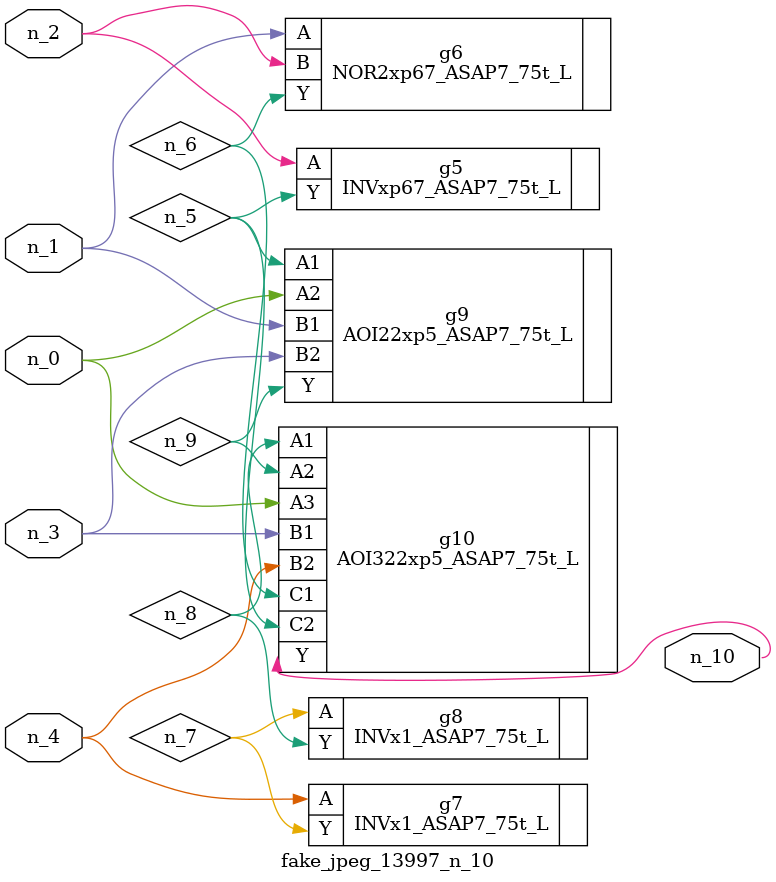
<source format=v>
module fake_jpeg_13997_n_10 (n_3, n_2, n_1, n_0, n_4, n_10);

input n_3;
input n_2;
input n_1;
input n_0;
input n_4;

output n_10;

wire n_8;
wire n_9;
wire n_6;
wire n_5;
wire n_7;

INVxp67_ASAP7_75t_L g5 ( 
.A(n_2),
.Y(n_5)
);

NOR2xp67_ASAP7_75t_L g6 ( 
.A(n_1),
.B(n_2),
.Y(n_6)
);

INVx1_ASAP7_75t_L g7 ( 
.A(n_4),
.Y(n_7)
);

INVx1_ASAP7_75t_L g8 ( 
.A(n_7),
.Y(n_8)
);

AOI322xp5_ASAP7_75t_L g10 ( 
.A1(n_8),
.A2(n_9),
.A3(n_0),
.B1(n_3),
.B2(n_4),
.C1(n_6),
.C2(n_5),
.Y(n_10)
);

AOI22xp5_ASAP7_75t_L g9 ( 
.A1(n_5),
.A2(n_0),
.B1(n_1),
.B2(n_3),
.Y(n_9)
);


endmodule
</source>
